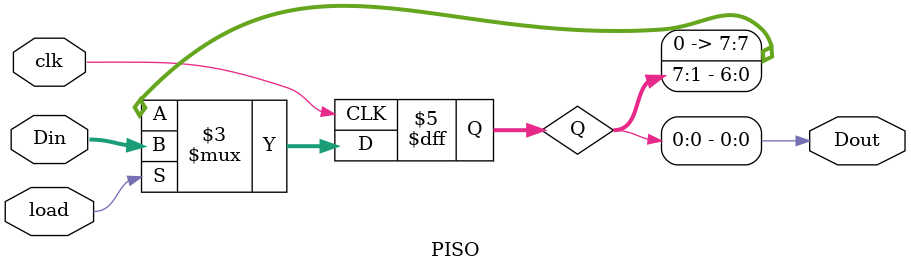
<source format=v>
module PISO #(parameter N = 8) (input clk, load,
                                input [N-1:0] Din,
                                output Dout);
  
  reg [N-1:0] Q;
  
  always @ (posedge clk) begin
    if (load)
      Q <= Din;
    else
      Q <= {1'b0, Q[N-1:1]};
  end
  
  assign Dout = Q;
  
endmodule

</source>
